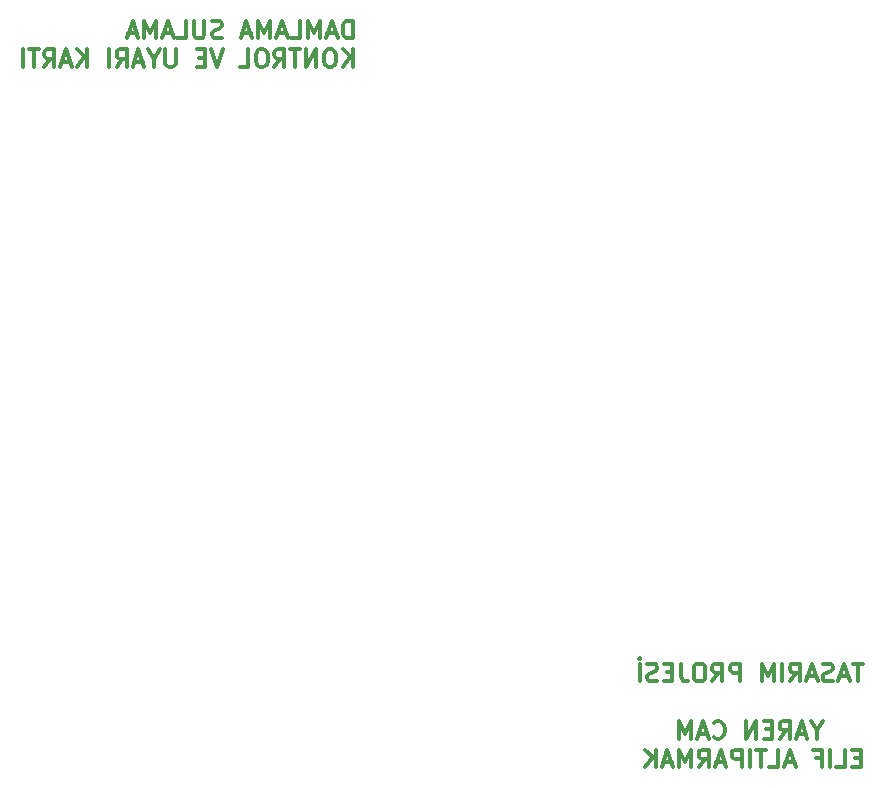
<source format=gbr>
%TF.GenerationSoftware,KiCad,Pcbnew,7.0.1*%
%TF.CreationDate,2023-05-03T11:58:35+03:00*%
%TF.ProjectId,damlama,64616d6c-616d-4612-9e6b-696361645f70,rev?*%
%TF.SameCoordinates,Original*%
%TF.FileFunction,Legend,Bot*%
%TF.FilePolarity,Positive*%
%FSLAX46Y46*%
G04 Gerber Fmt 4.6, Leading zero omitted, Abs format (unit mm)*
G04 Created by KiCad (PCBNEW 7.0.1) date 2023-05-03 11:58:35*
%MOMM*%
%LPD*%
G01*
G04 APERTURE LIST*
%ADD10C,0.300000*%
G04 APERTURE END LIST*
D10*
X120742857Y-74686428D02*
X120742857Y-73186428D01*
X120742857Y-73186428D02*
X120385714Y-73186428D01*
X120385714Y-73186428D02*
X120171428Y-73257857D01*
X120171428Y-73257857D02*
X120028571Y-73400714D01*
X120028571Y-73400714D02*
X119957142Y-73543571D01*
X119957142Y-73543571D02*
X119885714Y-73829285D01*
X119885714Y-73829285D02*
X119885714Y-74043571D01*
X119885714Y-74043571D02*
X119957142Y-74329285D01*
X119957142Y-74329285D02*
X120028571Y-74472142D01*
X120028571Y-74472142D02*
X120171428Y-74615000D01*
X120171428Y-74615000D02*
X120385714Y-74686428D01*
X120385714Y-74686428D02*
X120742857Y-74686428D01*
X119314285Y-74257857D02*
X118600000Y-74257857D01*
X119457142Y-74686428D02*
X118957142Y-73186428D01*
X118957142Y-73186428D02*
X118457142Y-74686428D01*
X117957143Y-74686428D02*
X117957143Y-73186428D01*
X117957143Y-73186428D02*
X117457143Y-74257857D01*
X117457143Y-74257857D02*
X116957143Y-73186428D01*
X116957143Y-73186428D02*
X116957143Y-74686428D01*
X115528571Y-74686428D02*
X116242857Y-74686428D01*
X116242857Y-74686428D02*
X116242857Y-73186428D01*
X115099999Y-74257857D02*
X114385714Y-74257857D01*
X115242856Y-74686428D02*
X114742856Y-73186428D01*
X114742856Y-73186428D02*
X114242856Y-74686428D01*
X113742857Y-74686428D02*
X113742857Y-73186428D01*
X113742857Y-73186428D02*
X113242857Y-74257857D01*
X113242857Y-74257857D02*
X112742857Y-73186428D01*
X112742857Y-73186428D02*
X112742857Y-74686428D01*
X112099999Y-74257857D02*
X111385714Y-74257857D01*
X112242856Y-74686428D02*
X111742856Y-73186428D01*
X111742856Y-73186428D02*
X111242856Y-74686428D01*
X109671428Y-74615000D02*
X109457143Y-74686428D01*
X109457143Y-74686428D02*
X109100000Y-74686428D01*
X109100000Y-74686428D02*
X108957143Y-74615000D01*
X108957143Y-74615000D02*
X108885714Y-74543571D01*
X108885714Y-74543571D02*
X108814285Y-74400714D01*
X108814285Y-74400714D02*
X108814285Y-74257857D01*
X108814285Y-74257857D02*
X108885714Y-74115000D01*
X108885714Y-74115000D02*
X108957143Y-74043571D01*
X108957143Y-74043571D02*
X109100000Y-73972142D01*
X109100000Y-73972142D02*
X109385714Y-73900714D01*
X109385714Y-73900714D02*
X109528571Y-73829285D01*
X109528571Y-73829285D02*
X109600000Y-73757857D01*
X109600000Y-73757857D02*
X109671428Y-73615000D01*
X109671428Y-73615000D02*
X109671428Y-73472142D01*
X109671428Y-73472142D02*
X109600000Y-73329285D01*
X109600000Y-73329285D02*
X109528571Y-73257857D01*
X109528571Y-73257857D02*
X109385714Y-73186428D01*
X109385714Y-73186428D02*
X109028571Y-73186428D01*
X109028571Y-73186428D02*
X108814285Y-73257857D01*
X108171429Y-73186428D02*
X108171429Y-74400714D01*
X108171429Y-74400714D02*
X108100000Y-74543571D01*
X108100000Y-74543571D02*
X108028572Y-74615000D01*
X108028572Y-74615000D02*
X107885714Y-74686428D01*
X107885714Y-74686428D02*
X107600000Y-74686428D01*
X107600000Y-74686428D02*
X107457143Y-74615000D01*
X107457143Y-74615000D02*
X107385714Y-74543571D01*
X107385714Y-74543571D02*
X107314286Y-74400714D01*
X107314286Y-74400714D02*
X107314286Y-73186428D01*
X105885714Y-74686428D02*
X106600000Y-74686428D01*
X106600000Y-74686428D02*
X106600000Y-73186428D01*
X105457142Y-74257857D02*
X104742857Y-74257857D01*
X105599999Y-74686428D02*
X105099999Y-73186428D01*
X105099999Y-73186428D02*
X104599999Y-74686428D01*
X104100000Y-74686428D02*
X104100000Y-73186428D01*
X104100000Y-73186428D02*
X103600000Y-74257857D01*
X103600000Y-74257857D02*
X103100000Y-73186428D01*
X103100000Y-73186428D02*
X103100000Y-74686428D01*
X102457142Y-74257857D02*
X101742857Y-74257857D01*
X102599999Y-74686428D02*
X102099999Y-73186428D01*
X102099999Y-73186428D02*
X101599999Y-74686428D01*
X120742857Y-77116428D02*
X120742857Y-75616428D01*
X119885714Y-77116428D02*
X120528571Y-76259285D01*
X119885714Y-75616428D02*
X120742857Y-76473571D01*
X118957142Y-75616428D02*
X118671428Y-75616428D01*
X118671428Y-75616428D02*
X118528571Y-75687857D01*
X118528571Y-75687857D02*
X118385714Y-75830714D01*
X118385714Y-75830714D02*
X118314285Y-76116428D01*
X118314285Y-76116428D02*
X118314285Y-76616428D01*
X118314285Y-76616428D02*
X118385714Y-76902142D01*
X118385714Y-76902142D02*
X118528571Y-77045000D01*
X118528571Y-77045000D02*
X118671428Y-77116428D01*
X118671428Y-77116428D02*
X118957142Y-77116428D01*
X118957142Y-77116428D02*
X119100000Y-77045000D01*
X119100000Y-77045000D02*
X119242857Y-76902142D01*
X119242857Y-76902142D02*
X119314285Y-76616428D01*
X119314285Y-76616428D02*
X119314285Y-76116428D01*
X119314285Y-76116428D02*
X119242857Y-75830714D01*
X119242857Y-75830714D02*
X119100000Y-75687857D01*
X119100000Y-75687857D02*
X118957142Y-75616428D01*
X117671428Y-77116428D02*
X117671428Y-75616428D01*
X117671428Y-75616428D02*
X116814285Y-77116428D01*
X116814285Y-77116428D02*
X116814285Y-75616428D01*
X116314284Y-75616428D02*
X115457142Y-75616428D01*
X115885713Y-77116428D02*
X115885713Y-75616428D01*
X114099999Y-77116428D02*
X114599999Y-76402142D01*
X114957142Y-77116428D02*
X114957142Y-75616428D01*
X114957142Y-75616428D02*
X114385713Y-75616428D01*
X114385713Y-75616428D02*
X114242856Y-75687857D01*
X114242856Y-75687857D02*
X114171427Y-75759285D01*
X114171427Y-75759285D02*
X114099999Y-75902142D01*
X114099999Y-75902142D02*
X114099999Y-76116428D01*
X114099999Y-76116428D02*
X114171427Y-76259285D01*
X114171427Y-76259285D02*
X114242856Y-76330714D01*
X114242856Y-76330714D02*
X114385713Y-76402142D01*
X114385713Y-76402142D02*
X114957142Y-76402142D01*
X113171427Y-75616428D02*
X112885713Y-75616428D01*
X112885713Y-75616428D02*
X112742856Y-75687857D01*
X112742856Y-75687857D02*
X112599999Y-75830714D01*
X112599999Y-75830714D02*
X112528570Y-76116428D01*
X112528570Y-76116428D02*
X112528570Y-76616428D01*
X112528570Y-76616428D02*
X112599999Y-76902142D01*
X112599999Y-76902142D02*
X112742856Y-77045000D01*
X112742856Y-77045000D02*
X112885713Y-77116428D01*
X112885713Y-77116428D02*
X113171427Y-77116428D01*
X113171427Y-77116428D02*
X113314285Y-77045000D01*
X113314285Y-77045000D02*
X113457142Y-76902142D01*
X113457142Y-76902142D02*
X113528570Y-76616428D01*
X113528570Y-76616428D02*
X113528570Y-76116428D01*
X113528570Y-76116428D02*
X113457142Y-75830714D01*
X113457142Y-75830714D02*
X113314285Y-75687857D01*
X113314285Y-75687857D02*
X113171427Y-75616428D01*
X111171427Y-77116428D02*
X111885713Y-77116428D01*
X111885713Y-77116428D02*
X111885713Y-75616428D01*
X109742855Y-75616428D02*
X109242855Y-77116428D01*
X109242855Y-77116428D02*
X108742855Y-75616428D01*
X108242856Y-76330714D02*
X107742856Y-76330714D01*
X107528570Y-77116428D02*
X108242856Y-77116428D01*
X108242856Y-77116428D02*
X108242856Y-75616428D01*
X108242856Y-75616428D02*
X107528570Y-75616428D01*
X105742856Y-75616428D02*
X105742856Y-76830714D01*
X105742856Y-76830714D02*
X105671427Y-76973571D01*
X105671427Y-76973571D02*
X105599999Y-77045000D01*
X105599999Y-77045000D02*
X105457141Y-77116428D01*
X105457141Y-77116428D02*
X105171427Y-77116428D01*
X105171427Y-77116428D02*
X105028570Y-77045000D01*
X105028570Y-77045000D02*
X104957141Y-76973571D01*
X104957141Y-76973571D02*
X104885713Y-76830714D01*
X104885713Y-76830714D02*
X104885713Y-75616428D01*
X103885712Y-76402142D02*
X103885712Y-77116428D01*
X104385712Y-75616428D02*
X103885712Y-76402142D01*
X103885712Y-76402142D02*
X103385712Y-75616428D01*
X102957141Y-76687857D02*
X102242856Y-76687857D01*
X103099998Y-77116428D02*
X102599998Y-75616428D01*
X102599998Y-75616428D02*
X102099998Y-77116428D01*
X100742856Y-77116428D02*
X101242856Y-76402142D01*
X101599999Y-77116428D02*
X101599999Y-75616428D01*
X101599999Y-75616428D02*
X101028570Y-75616428D01*
X101028570Y-75616428D02*
X100885713Y-75687857D01*
X100885713Y-75687857D02*
X100814284Y-75759285D01*
X100814284Y-75759285D02*
X100742856Y-75902142D01*
X100742856Y-75902142D02*
X100742856Y-76116428D01*
X100742856Y-76116428D02*
X100814284Y-76259285D01*
X100814284Y-76259285D02*
X100885713Y-76330714D01*
X100885713Y-76330714D02*
X101028570Y-76402142D01*
X101028570Y-76402142D02*
X101599999Y-76402142D01*
X100099999Y-77116428D02*
X100099999Y-75616428D01*
X98242856Y-77116428D02*
X98242856Y-75616428D01*
X97385713Y-77116428D02*
X98028570Y-76259285D01*
X97385713Y-75616428D02*
X98242856Y-76473571D01*
X96814284Y-76687857D02*
X96099999Y-76687857D01*
X96957141Y-77116428D02*
X96457141Y-75616428D01*
X96457141Y-75616428D02*
X95957141Y-77116428D01*
X94599999Y-77116428D02*
X95099999Y-76402142D01*
X95457142Y-77116428D02*
X95457142Y-75616428D01*
X95457142Y-75616428D02*
X94885713Y-75616428D01*
X94885713Y-75616428D02*
X94742856Y-75687857D01*
X94742856Y-75687857D02*
X94671427Y-75759285D01*
X94671427Y-75759285D02*
X94599999Y-75902142D01*
X94599999Y-75902142D02*
X94599999Y-76116428D01*
X94599999Y-76116428D02*
X94671427Y-76259285D01*
X94671427Y-76259285D02*
X94742856Y-76330714D01*
X94742856Y-76330714D02*
X94885713Y-76402142D01*
X94885713Y-76402142D02*
X95457142Y-76402142D01*
X94171427Y-75616428D02*
X93314285Y-75616428D01*
X93742856Y-77116428D02*
X93742856Y-75616428D01*
X92814285Y-77116428D02*
X92814285Y-75616428D01*
X163957142Y-127626428D02*
X163100000Y-127626428D01*
X163528571Y-129126428D02*
X163528571Y-127626428D01*
X162671428Y-128697857D02*
X161957143Y-128697857D01*
X162814285Y-129126428D02*
X162314285Y-127626428D01*
X162314285Y-127626428D02*
X161814285Y-129126428D01*
X161385714Y-129055000D02*
X161171429Y-129126428D01*
X161171429Y-129126428D02*
X160814286Y-129126428D01*
X160814286Y-129126428D02*
X160671429Y-129055000D01*
X160671429Y-129055000D02*
X160600000Y-128983571D01*
X160600000Y-128983571D02*
X160528571Y-128840714D01*
X160528571Y-128840714D02*
X160528571Y-128697857D01*
X160528571Y-128697857D02*
X160600000Y-128555000D01*
X160600000Y-128555000D02*
X160671429Y-128483571D01*
X160671429Y-128483571D02*
X160814286Y-128412142D01*
X160814286Y-128412142D02*
X161100000Y-128340714D01*
X161100000Y-128340714D02*
X161242857Y-128269285D01*
X161242857Y-128269285D02*
X161314286Y-128197857D01*
X161314286Y-128197857D02*
X161385714Y-128055000D01*
X161385714Y-128055000D02*
X161385714Y-127912142D01*
X161385714Y-127912142D02*
X161314286Y-127769285D01*
X161314286Y-127769285D02*
X161242857Y-127697857D01*
X161242857Y-127697857D02*
X161100000Y-127626428D01*
X161100000Y-127626428D02*
X160742857Y-127626428D01*
X160742857Y-127626428D02*
X160528571Y-127697857D01*
X159957143Y-128697857D02*
X159242858Y-128697857D01*
X160100000Y-129126428D02*
X159600000Y-127626428D01*
X159600000Y-127626428D02*
X159100000Y-129126428D01*
X157742858Y-129126428D02*
X158242858Y-128412142D01*
X158600001Y-129126428D02*
X158600001Y-127626428D01*
X158600001Y-127626428D02*
X158028572Y-127626428D01*
X158028572Y-127626428D02*
X157885715Y-127697857D01*
X157885715Y-127697857D02*
X157814286Y-127769285D01*
X157814286Y-127769285D02*
X157742858Y-127912142D01*
X157742858Y-127912142D02*
X157742858Y-128126428D01*
X157742858Y-128126428D02*
X157814286Y-128269285D01*
X157814286Y-128269285D02*
X157885715Y-128340714D01*
X157885715Y-128340714D02*
X158028572Y-128412142D01*
X158028572Y-128412142D02*
X158600001Y-128412142D01*
X157100001Y-129126428D02*
X157100001Y-127626428D01*
X156385715Y-129126428D02*
X156385715Y-127626428D01*
X156385715Y-127626428D02*
X155885715Y-128697857D01*
X155885715Y-128697857D02*
X155385715Y-127626428D01*
X155385715Y-127626428D02*
X155385715Y-129126428D01*
X153528572Y-129126428D02*
X153528572Y-127626428D01*
X153528572Y-127626428D02*
X152957143Y-127626428D01*
X152957143Y-127626428D02*
X152814286Y-127697857D01*
X152814286Y-127697857D02*
X152742857Y-127769285D01*
X152742857Y-127769285D02*
X152671429Y-127912142D01*
X152671429Y-127912142D02*
X152671429Y-128126428D01*
X152671429Y-128126428D02*
X152742857Y-128269285D01*
X152742857Y-128269285D02*
X152814286Y-128340714D01*
X152814286Y-128340714D02*
X152957143Y-128412142D01*
X152957143Y-128412142D02*
X153528572Y-128412142D01*
X151171429Y-129126428D02*
X151671429Y-128412142D01*
X152028572Y-129126428D02*
X152028572Y-127626428D01*
X152028572Y-127626428D02*
X151457143Y-127626428D01*
X151457143Y-127626428D02*
X151314286Y-127697857D01*
X151314286Y-127697857D02*
X151242857Y-127769285D01*
X151242857Y-127769285D02*
X151171429Y-127912142D01*
X151171429Y-127912142D02*
X151171429Y-128126428D01*
X151171429Y-128126428D02*
X151242857Y-128269285D01*
X151242857Y-128269285D02*
X151314286Y-128340714D01*
X151314286Y-128340714D02*
X151457143Y-128412142D01*
X151457143Y-128412142D02*
X152028572Y-128412142D01*
X150242857Y-127626428D02*
X149957143Y-127626428D01*
X149957143Y-127626428D02*
X149814286Y-127697857D01*
X149814286Y-127697857D02*
X149671429Y-127840714D01*
X149671429Y-127840714D02*
X149600000Y-128126428D01*
X149600000Y-128126428D02*
X149600000Y-128626428D01*
X149600000Y-128626428D02*
X149671429Y-128912142D01*
X149671429Y-128912142D02*
X149814286Y-129055000D01*
X149814286Y-129055000D02*
X149957143Y-129126428D01*
X149957143Y-129126428D02*
X150242857Y-129126428D01*
X150242857Y-129126428D02*
X150385715Y-129055000D01*
X150385715Y-129055000D02*
X150528572Y-128912142D01*
X150528572Y-128912142D02*
X150600000Y-128626428D01*
X150600000Y-128626428D02*
X150600000Y-128126428D01*
X150600000Y-128126428D02*
X150528572Y-127840714D01*
X150528572Y-127840714D02*
X150385715Y-127697857D01*
X150385715Y-127697857D02*
X150242857Y-127626428D01*
X148528571Y-127626428D02*
X148528571Y-128697857D01*
X148528571Y-128697857D02*
X148600000Y-128912142D01*
X148600000Y-128912142D02*
X148742857Y-129055000D01*
X148742857Y-129055000D02*
X148957143Y-129126428D01*
X148957143Y-129126428D02*
X149100000Y-129126428D01*
X147814286Y-128340714D02*
X147314286Y-128340714D01*
X147100000Y-129126428D02*
X147814286Y-129126428D01*
X147814286Y-129126428D02*
X147814286Y-127626428D01*
X147814286Y-127626428D02*
X147100000Y-127626428D01*
X146528571Y-129055000D02*
X146314286Y-129126428D01*
X146314286Y-129126428D02*
X145957143Y-129126428D01*
X145957143Y-129126428D02*
X145814286Y-129055000D01*
X145814286Y-129055000D02*
X145742857Y-128983571D01*
X145742857Y-128983571D02*
X145671428Y-128840714D01*
X145671428Y-128840714D02*
X145671428Y-128697857D01*
X145671428Y-128697857D02*
X145742857Y-128555000D01*
X145742857Y-128555000D02*
X145814286Y-128483571D01*
X145814286Y-128483571D02*
X145957143Y-128412142D01*
X145957143Y-128412142D02*
X146242857Y-128340714D01*
X146242857Y-128340714D02*
X146385714Y-128269285D01*
X146385714Y-128269285D02*
X146457143Y-128197857D01*
X146457143Y-128197857D02*
X146528571Y-128055000D01*
X146528571Y-128055000D02*
X146528571Y-127912142D01*
X146528571Y-127912142D02*
X146457143Y-127769285D01*
X146457143Y-127769285D02*
X146385714Y-127697857D01*
X146385714Y-127697857D02*
X146242857Y-127626428D01*
X146242857Y-127626428D02*
X145885714Y-127626428D01*
X145885714Y-127626428D02*
X145671428Y-127697857D01*
X145028572Y-129126428D02*
X145028572Y-127626428D01*
X145028572Y-127126428D02*
X145100000Y-127197857D01*
X145100000Y-127197857D02*
X145028572Y-127269285D01*
X145028572Y-127269285D02*
X144957143Y-127197857D01*
X144957143Y-127197857D02*
X145028572Y-127126428D01*
X145028572Y-127126428D02*
X145028572Y-127269285D01*
X160028571Y-133272142D02*
X160028571Y-133986428D01*
X160528571Y-132486428D02*
X160028571Y-133272142D01*
X160028571Y-133272142D02*
X159528571Y-132486428D01*
X159100000Y-133557857D02*
X158385715Y-133557857D01*
X159242857Y-133986428D02*
X158742857Y-132486428D01*
X158742857Y-132486428D02*
X158242857Y-133986428D01*
X156885715Y-133986428D02*
X157385715Y-133272142D01*
X157742858Y-133986428D02*
X157742858Y-132486428D01*
X157742858Y-132486428D02*
X157171429Y-132486428D01*
X157171429Y-132486428D02*
X157028572Y-132557857D01*
X157028572Y-132557857D02*
X156957143Y-132629285D01*
X156957143Y-132629285D02*
X156885715Y-132772142D01*
X156885715Y-132772142D02*
X156885715Y-132986428D01*
X156885715Y-132986428D02*
X156957143Y-133129285D01*
X156957143Y-133129285D02*
X157028572Y-133200714D01*
X157028572Y-133200714D02*
X157171429Y-133272142D01*
X157171429Y-133272142D02*
X157742858Y-133272142D01*
X156242858Y-133200714D02*
X155742858Y-133200714D01*
X155528572Y-133986428D02*
X156242858Y-133986428D01*
X156242858Y-133986428D02*
X156242858Y-132486428D01*
X156242858Y-132486428D02*
X155528572Y-132486428D01*
X154885715Y-133986428D02*
X154885715Y-132486428D01*
X154885715Y-132486428D02*
X154028572Y-133986428D01*
X154028572Y-133986428D02*
X154028572Y-132486428D01*
X151314286Y-133843571D02*
X151385714Y-133915000D01*
X151385714Y-133915000D02*
X151600000Y-133986428D01*
X151600000Y-133986428D02*
X151742857Y-133986428D01*
X151742857Y-133986428D02*
X151957143Y-133915000D01*
X151957143Y-133915000D02*
X152100000Y-133772142D01*
X152100000Y-133772142D02*
X152171429Y-133629285D01*
X152171429Y-133629285D02*
X152242857Y-133343571D01*
X152242857Y-133343571D02*
X152242857Y-133129285D01*
X152242857Y-133129285D02*
X152171429Y-132843571D01*
X152171429Y-132843571D02*
X152100000Y-132700714D01*
X152100000Y-132700714D02*
X151957143Y-132557857D01*
X151957143Y-132557857D02*
X151742857Y-132486428D01*
X151742857Y-132486428D02*
X151600000Y-132486428D01*
X151600000Y-132486428D02*
X151385714Y-132557857D01*
X151385714Y-132557857D02*
X151314286Y-132629285D01*
X150742857Y-133557857D02*
X150028572Y-133557857D01*
X150885714Y-133986428D02*
X150385714Y-132486428D01*
X150385714Y-132486428D02*
X149885714Y-133986428D01*
X149385715Y-133986428D02*
X149385715Y-132486428D01*
X149385715Y-132486428D02*
X148885715Y-133557857D01*
X148885715Y-133557857D02*
X148385715Y-132486428D01*
X148385715Y-132486428D02*
X148385715Y-133986428D01*
X163742857Y-135630714D02*
X163242857Y-135630714D01*
X163028571Y-136416428D02*
X163742857Y-136416428D01*
X163742857Y-136416428D02*
X163742857Y-134916428D01*
X163742857Y-134916428D02*
X163028571Y-134916428D01*
X161671428Y-136416428D02*
X162385714Y-136416428D01*
X162385714Y-136416428D02*
X162385714Y-134916428D01*
X161171428Y-136416428D02*
X161171428Y-134916428D01*
X159957142Y-135630714D02*
X160457142Y-135630714D01*
X160457142Y-136416428D02*
X160457142Y-134916428D01*
X160457142Y-134916428D02*
X159742856Y-134916428D01*
X158099999Y-135987857D02*
X157385714Y-135987857D01*
X158242856Y-136416428D02*
X157742856Y-134916428D01*
X157742856Y-134916428D02*
X157242856Y-136416428D01*
X156028571Y-136416428D02*
X156742857Y-136416428D01*
X156742857Y-136416428D02*
X156742857Y-134916428D01*
X155742856Y-134916428D02*
X154885714Y-134916428D01*
X155314285Y-136416428D02*
X155314285Y-134916428D01*
X154385714Y-136416428D02*
X154385714Y-134916428D01*
X153671428Y-136416428D02*
X153671428Y-134916428D01*
X153671428Y-134916428D02*
X153099999Y-134916428D01*
X153099999Y-134916428D02*
X152957142Y-134987857D01*
X152957142Y-134987857D02*
X152885713Y-135059285D01*
X152885713Y-135059285D02*
X152814285Y-135202142D01*
X152814285Y-135202142D02*
X152814285Y-135416428D01*
X152814285Y-135416428D02*
X152885713Y-135559285D01*
X152885713Y-135559285D02*
X152957142Y-135630714D01*
X152957142Y-135630714D02*
X153099999Y-135702142D01*
X153099999Y-135702142D02*
X153671428Y-135702142D01*
X152242856Y-135987857D02*
X151528571Y-135987857D01*
X152385713Y-136416428D02*
X151885713Y-134916428D01*
X151885713Y-134916428D02*
X151385713Y-136416428D01*
X150028571Y-136416428D02*
X150528571Y-135702142D01*
X150885714Y-136416428D02*
X150885714Y-134916428D01*
X150885714Y-134916428D02*
X150314285Y-134916428D01*
X150314285Y-134916428D02*
X150171428Y-134987857D01*
X150171428Y-134987857D02*
X150099999Y-135059285D01*
X150099999Y-135059285D02*
X150028571Y-135202142D01*
X150028571Y-135202142D02*
X150028571Y-135416428D01*
X150028571Y-135416428D02*
X150099999Y-135559285D01*
X150099999Y-135559285D02*
X150171428Y-135630714D01*
X150171428Y-135630714D02*
X150314285Y-135702142D01*
X150314285Y-135702142D02*
X150885714Y-135702142D01*
X149385714Y-136416428D02*
X149385714Y-134916428D01*
X149385714Y-134916428D02*
X148885714Y-135987857D01*
X148885714Y-135987857D02*
X148385714Y-134916428D01*
X148385714Y-134916428D02*
X148385714Y-136416428D01*
X147742856Y-135987857D02*
X147028571Y-135987857D01*
X147885713Y-136416428D02*
X147385713Y-134916428D01*
X147385713Y-134916428D02*
X146885713Y-136416428D01*
X146385714Y-136416428D02*
X146385714Y-134916428D01*
X145528571Y-136416428D02*
X146171428Y-135559285D01*
X145528571Y-134916428D02*
X146385714Y-135773571D01*
M02*

</source>
